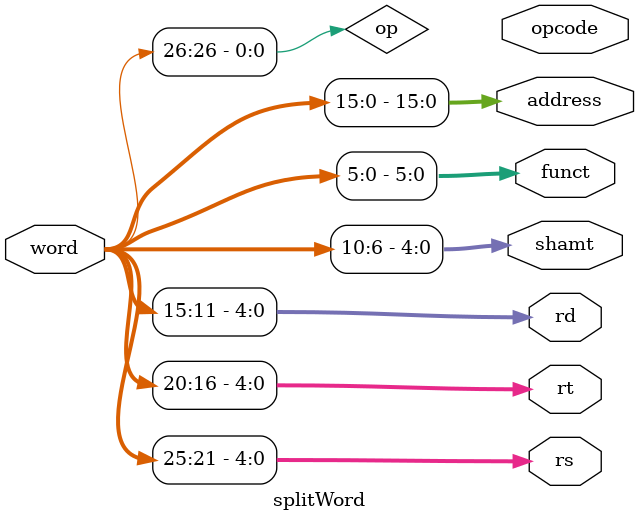
<source format=v>

/*
 SplitWord MIPS32 
 Designed by: danilo94
This module only split a word into small pieces to feed other modules
*/



module splitWord(
input [31:0] word,
output [5:0] opcode,
output [4:0] rs,
output [4:0] rt,
output [4:0] rd, 
output [4:0] shamt,
output [5:0] funct,
output [15:0] address
);




assign op = word[31:26];
assign rs = word[25:21];
assign rt = word[20:16];
assign rd = word [15:11];
assign shamt = word[10:6];
assign funct = word[5:0];
assign address = word[15:0];



endmodule

</source>
